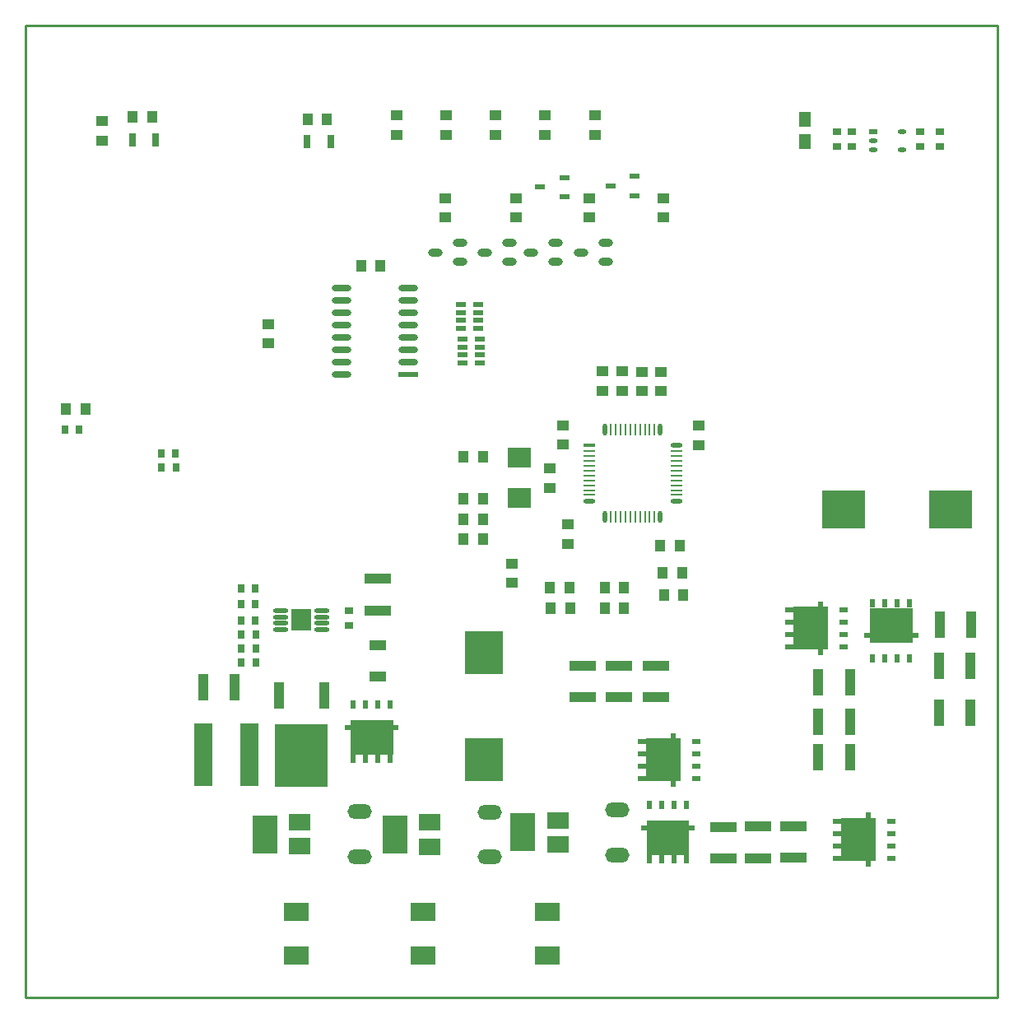
<source format=gtp>
%FSLAX25Y25*%
%MOIN*%
G70*
G01*
G75*
G04 Layer_Color=8421504*
%ADD10O,0.06299X0.01772*%
%ADD11R,0.08071X0.09055*%
%ADD12R,0.21654X0.25197*%
%ADD13R,0.03937X0.10827*%
%ADD14R,0.07087X0.03937*%
%ADD15R,0.15748X0.17716*%
%ADD16R,0.03937X0.05118*%
%ADD17R,0.02559X0.05315*%
%ADD18R,0.03937X0.02362*%
%ADD19O,0.03543X0.01969*%
%ADD20R,0.03543X0.01969*%
%ADD21O,0.03543X0.01969*%
%ADD22R,0.10000X0.07500*%
%ADD23R,0.05000X0.06000*%
%ADD24O,0.09843X0.05906*%
%ADD25R,0.08661X0.07087*%
%ADD26R,0.09843X0.15748*%
%ADD27O,0.05906X0.03150*%
%ADD28R,0.04000X0.01969*%
%ADD29R,0.08000X0.02400*%
%ADD30O,0.08000X0.02400*%
%ADD31R,0.09449X0.08268*%
%ADD32R,0.03347X0.02756*%
%ADD33R,0.03937X0.10630*%
%ADD34O,0.00984X0.04724*%
%ADD35O,0.04724X0.00984*%
%ADD36O,0.04724X0.01772*%
%ADD37O,0.01772X0.04724*%
%ADD38R,0.04724X0.01772*%
%ADD39R,0.14410X0.09843*%
%ADD40R,0.14410X0.07874*%
%ADD41R,0.01969X0.06299*%
%ADD42R,0.03543X0.02126*%
%ADD43R,0.07559X0.25590*%
%ADD44R,0.02756X0.03347*%
%ADD45R,0.05118X0.03937*%
%ADD46R,0.09843X0.14410*%
%ADD47R,0.07874X0.14410*%
%ADD48R,0.06299X0.01969*%
%ADD49R,0.02126X0.03543*%
%ADD50R,0.10630X0.03937*%
%ADD51R,0.17716X0.15748*%
%ADD52C,0.01200*%
%ADD53C,0.04000*%
%ADD54C,0.00800*%
%ADD55C,0.03000*%
%ADD56C,0.01000*%
%ADD57C,0.10000*%
%ADD58C,0.08000*%
%ADD59C,0.02000*%
%ADD60C,0.03500*%
%ADD61C,0.06000*%
%ADD62C,0.01500*%
%ADD63R,0.06100X0.05100*%
%ADD64R,0.08400X0.51300*%
%ADD65R,0.14738X0.06832*%
%ADD66R,0.06900X0.03700*%
%ADD67R,0.08000X0.44800*%
%ADD68R,0.05400X0.06100*%
%ADD69R,0.38500X0.08800*%
%ADD70R,0.09971X0.13838*%
%ADD71R,0.05300X0.18000*%
%ADD72R,0.23600X0.17400*%
%ADD73R,0.25624X0.17093*%
%ADD74R,0.24100X0.17400*%
%ADD75C,0.06693*%
%ADD76C,0.06000*%
%ADD77O,0.05906X0.09843*%
%ADD78R,0.05906X0.09843*%
%ADD79O,0.07874X0.15748*%
%ADD80C,0.05906*%
%ADD81R,0.05906X0.05906*%
%ADD82O,0.09843X0.11811*%
%ADD83R,0.09843X0.11811*%
%ADD84O,0.06000X0.10000*%
%ADD85R,0.06000X0.10000*%
%ADD86R,0.07874X0.07874*%
%ADD87C,0.07874*%
%ADD88C,0.03937*%
%ADD89R,0.03937X0.03937*%
%ADD90C,0.04000*%
%ADD91C,0.02000*%
%ADD92C,0.03000*%
%ADD93C,0.02598*%
%ADD94C,0.05000*%
%ADD95R,0.05512X0.07087*%
%ADD96R,0.07087X0.13386*%
%ADD97O,0.01181X0.02756*%
%ADD98O,0.02756X0.01181*%
%ADD99R,0.13386X0.07087*%
%ADD100R,0.09473X0.02178*%
%ADD101R,0.21400X0.03900*%
%ADD102R,0.04263X0.05806*%
%ADD103R,0.22500X1.19600*%
%ADD104R,0.29000X0.26900*%
%ADD105C,0.00984*%
%ADD106C,0.00500*%
%ADD107C,0.00394*%
%ADD108C,0.00787*%
%ADD109C,0.00591*%
%ADD110R,0.04724X0.02756*%
%ADD111R,0.01968X0.03543*%
%ADD112R,0.11024X0.03150*%
D10*
X20634Y-237061D02*
D03*
Y-239620D02*
D03*
Y-242179D02*
D03*
Y-244739D02*
D03*
X37366Y-237061D02*
D03*
Y-239620D02*
D03*
Y-242179D02*
D03*
Y-244739D02*
D03*
D11*
X29000Y-240900D02*
D03*
D12*
X29100Y-295665D02*
D03*
D13*
X20045Y-271452D02*
D03*
X38155D02*
D03*
D14*
X60100Y-251100D02*
D03*
Y-263895D02*
D03*
D15*
X103000Y-297400D02*
D03*
Y-254093D02*
D03*
D16*
X61000Y-97500D02*
D03*
X53126D02*
D03*
X182300Y-210600D02*
D03*
X174426D02*
D03*
X94600Y-200200D02*
D03*
X102474D02*
D03*
X94700Y-191762D02*
D03*
X102574D02*
D03*
X94700Y-174762D02*
D03*
X102574D02*
D03*
X31526Y-38200D02*
D03*
X39400D02*
D03*
X102574Y-208100D02*
D03*
X94700D02*
D03*
X-58526Y-155500D02*
D03*
X-66400D02*
D03*
X-39374Y-37000D02*
D03*
X-31500D02*
D03*
X183674Y-230800D02*
D03*
X175800D02*
D03*
X151826Y-227900D02*
D03*
X159700D02*
D03*
X129626Y-227800D02*
D03*
X137500D02*
D03*
X183174Y-221800D02*
D03*
X175300D02*
D03*
X151826Y-235974D02*
D03*
X159700D02*
D03*
X129926D02*
D03*
X137800D02*
D03*
D17*
X31400Y-47200D02*
D03*
X40849D02*
D03*
X-39500Y-46500D02*
D03*
X-30051D02*
D03*
D18*
X164000Y-69000D02*
D03*
X154157Y-65063D02*
D03*
X164000Y-61126D02*
D03*
X135500Y-69500D02*
D03*
X125657Y-65563D02*
D03*
X135500Y-61626D02*
D03*
D19*
X272411Y-50480D02*
D03*
X260600Y-46740D02*
D03*
Y-50480D02*
D03*
D20*
Y-43000D02*
D03*
D21*
X272411D02*
D03*
D22*
X27000Y-359200D02*
D03*
Y-376700D02*
D03*
X128497Y-359100D02*
D03*
Y-376600D02*
D03*
X78349Y-359100D02*
D03*
Y-376600D02*
D03*
D23*
X233000Y-47200D02*
D03*
Y-38200D02*
D03*
D24*
X52506Y-336655D02*
D03*
Y-318545D02*
D03*
X105206Y-336855D02*
D03*
Y-318745D02*
D03*
X157006Y-335955D02*
D03*
Y-317845D02*
D03*
D25*
X28294Y-332521D02*
D03*
X28294Y-322679D02*
D03*
X80994Y-332721D02*
D03*
X80994Y-322879D02*
D03*
X132794Y-331821D02*
D03*
X132794Y-321979D02*
D03*
D26*
X14120Y-327600D02*
D03*
X66820Y-327800D02*
D03*
X118620Y-326900D02*
D03*
D27*
X83400Y-91960D02*
D03*
X93400Y-88220D02*
D03*
Y-95700D02*
D03*
X103300Y-91960D02*
D03*
X113300Y-88220D02*
D03*
Y-95700D02*
D03*
X121800Y-91960D02*
D03*
X131800Y-88220D02*
D03*
Y-95700D02*
D03*
X142200Y-91960D02*
D03*
X152200Y-88220D02*
D03*
Y-95700D02*
D03*
D28*
X93745Y-122605D02*
D03*
X100745D02*
D03*
X93745Y-119455D02*
D03*
X100745D02*
D03*
X93745Y-116306D02*
D03*
X100745D02*
D03*
X93745Y-113156D02*
D03*
X100745D02*
D03*
X94245Y-136605D02*
D03*
X101245D02*
D03*
X94245Y-133455D02*
D03*
X101245D02*
D03*
X94245Y-130306D02*
D03*
X101245D02*
D03*
X94245Y-127156D02*
D03*
X101245D02*
D03*
D29*
X72200Y-141300D02*
D03*
D30*
Y-136300D02*
D03*
Y-131300D02*
D03*
Y-126300D02*
D03*
Y-121300D02*
D03*
Y-116300D02*
D03*
Y-111300D02*
D03*
Y-106300D02*
D03*
X45200D02*
D03*
Y-111300D02*
D03*
Y-116300D02*
D03*
Y-121300D02*
D03*
Y-126300D02*
D03*
Y-131300D02*
D03*
Y-136300D02*
D03*
Y-141300D02*
D03*
D31*
X117200Y-174994D02*
D03*
Y-191530D02*
D03*
D32*
X48400Y-237094D02*
D03*
Y-243000D02*
D03*
X252092Y-48997D02*
D03*
Y-43092D02*
D03*
X279500Y-48906D02*
D03*
Y-43000D02*
D03*
X287500Y-43095D02*
D03*
Y-49000D02*
D03*
X245900Y-43095D02*
D03*
Y-49000D02*
D03*
D33*
X287605Y-242600D02*
D03*
X300400D02*
D03*
X1995Y-268000D02*
D03*
X-10800D02*
D03*
X251195Y-266200D02*
D03*
X238400D02*
D03*
X251195Y-282100D02*
D03*
X238400D02*
D03*
X251195Y-296500D02*
D03*
X238400D02*
D03*
X287205Y-278500D02*
D03*
X300000D02*
D03*
X287305Y-259500D02*
D03*
X300100D02*
D03*
D34*
X158295Y-199075D02*
D03*
X166169D02*
D03*
X160264D02*
D03*
X164201D02*
D03*
X162232D02*
D03*
X170106D02*
D03*
X164201Y-163642D02*
D03*
X172075D02*
D03*
X156327Y-199075D02*
D03*
X168138D02*
D03*
X170106Y-163642D02*
D03*
X168138D02*
D03*
X166169D02*
D03*
X162232D02*
D03*
X160264D02*
D03*
X158295D02*
D03*
X156327D02*
D03*
X154358D02*
D03*
Y-199075D02*
D03*
X172075D02*
D03*
D35*
X145500Y-188248D02*
D03*
Y-178405D02*
D03*
Y-184311D02*
D03*
Y-190217D02*
D03*
Y-180374D02*
D03*
Y-174469D02*
D03*
X180933Y-182343D02*
D03*
Y-186279D02*
D03*
Y-188248D02*
D03*
X145500Y-172500D02*
D03*
X180933D02*
D03*
X145500Y-182343D02*
D03*
Y-176437D02*
D03*
X180933Y-190217D02*
D03*
Y-180374D02*
D03*
Y-176437D02*
D03*
Y-178405D02*
D03*
Y-184311D02*
D03*
X180933Y-174469D02*
D03*
X145500Y-186279D02*
D03*
D36*
Y-192579D02*
D03*
X180933D02*
D03*
Y-170138D02*
D03*
D37*
X151996Y-199075D02*
D03*
X174437Y-163642D02*
D03*
X151996D02*
D03*
X174437Y-199075D02*
D03*
D38*
X145500Y-170138D02*
D03*
D39*
X175572Y-293841D02*
D03*
X254672Y-326141D02*
D03*
X235272Y-240541D02*
D03*
D40*
X175572Y-302083D02*
D03*
X254672Y-334383D02*
D03*
X235272Y-248783D02*
D03*
D41*
X179608Y-289588D02*
D03*
Y-305336D02*
D03*
X258708Y-321888D02*
D03*
Y-337636D02*
D03*
X239308Y-252036D02*
D03*
Y-236288D02*
D03*
D42*
X188860Y-299962D02*
D03*
X166822D02*
D03*
X188860Y-289962D02*
D03*
Y-294962D02*
D03*
X166822Y-289962D02*
D03*
X188860Y-304962D02*
D03*
X166822D02*
D03*
Y-294962D02*
D03*
X267960Y-332262D02*
D03*
X245922D02*
D03*
X267960Y-322262D02*
D03*
Y-327262D02*
D03*
X245922Y-322262D02*
D03*
X267960Y-337262D02*
D03*
X245922D02*
D03*
Y-327262D02*
D03*
X226522Y-241662D02*
D03*
Y-251662D02*
D03*
X248560D02*
D03*
X226522Y-236662D02*
D03*
X248560Y-241662D02*
D03*
Y-236662D02*
D03*
X226522Y-246662D02*
D03*
X248560D02*
D03*
D43*
X-10876Y-295500D02*
D03*
X8100D02*
D03*
D44*
X-60900Y-163700D02*
D03*
X-66805D02*
D03*
X-27705Y-179100D02*
D03*
X-21800D02*
D03*
X-21894Y-173500D02*
D03*
X-27800D02*
D03*
X10406Y-228100D02*
D03*
X4500D02*
D03*
X10611Y-246800D02*
D03*
X4706D02*
D03*
X10605Y-258200D02*
D03*
X4700D02*
D03*
X4705Y-252300D02*
D03*
X10611D02*
D03*
X4500Y-234500D02*
D03*
X10406D02*
D03*
X10400Y-241100D02*
D03*
X4495D02*
D03*
D45*
X-51600Y-38700D02*
D03*
Y-46574D02*
D03*
X190100Y-162200D02*
D03*
Y-170074D02*
D03*
X135000Y-162000D02*
D03*
Y-169874D02*
D03*
X137000Y-210000D02*
D03*
Y-202126D02*
D03*
X129700Y-179388D02*
D03*
Y-187262D02*
D03*
X107750Y-44274D02*
D03*
Y-36400D02*
D03*
X87725Y-44274D02*
D03*
Y-36400D02*
D03*
X166800Y-148174D02*
D03*
Y-140300D02*
D03*
X15600Y-120926D02*
D03*
Y-128800D02*
D03*
X174600Y-148174D02*
D03*
Y-140300D02*
D03*
X67700Y-44274D02*
D03*
Y-36400D02*
D03*
X87200Y-69926D02*
D03*
Y-77800D02*
D03*
X116000Y-70026D02*
D03*
Y-77900D02*
D03*
X145500Y-70026D02*
D03*
Y-77900D02*
D03*
X175500Y-70026D02*
D03*
Y-77900D02*
D03*
X114300Y-218026D02*
D03*
Y-225900D02*
D03*
X159000Y-147974D02*
D03*
Y-140100D02*
D03*
X151100Y-140126D02*
D03*
Y-148000D02*
D03*
X127775Y-36400D02*
D03*
Y-44274D02*
D03*
X147800D02*
D03*
Y-36400D02*
D03*
D46*
X173857Y-329000D02*
D03*
X53941Y-288328D02*
D03*
X271559Y-242972D02*
D03*
D47*
X182100Y-329000D02*
D03*
X62183Y-288328D02*
D03*
X263317Y-242972D02*
D03*
D48*
X169605Y-324965D02*
D03*
X185353D02*
D03*
X49688Y-284292D02*
D03*
X65436D02*
D03*
X260064Y-247008D02*
D03*
X275812D02*
D03*
D49*
X179979Y-315713D02*
D03*
Y-337750D02*
D03*
X169979Y-315713D02*
D03*
X174979D02*
D03*
X169979Y-337750D02*
D03*
X184979Y-315713D02*
D03*
Y-337750D02*
D03*
X174979D02*
D03*
X60062Y-275040D02*
D03*
Y-297078D02*
D03*
X50062Y-275040D02*
D03*
X55062D02*
D03*
X50062Y-297078D02*
D03*
X65062Y-275040D02*
D03*
Y-297078D02*
D03*
X55062D02*
D03*
X270438Y-234222D02*
D03*
X260438D02*
D03*
Y-256260D02*
D03*
X275438Y-234222D02*
D03*
X270438Y-256260D02*
D03*
X275438D02*
D03*
X265438Y-234222D02*
D03*
Y-256260D02*
D03*
D50*
X142900Y-272095D02*
D03*
Y-259300D02*
D03*
X172700Y-272095D02*
D03*
Y-259300D02*
D03*
X157600Y-272095D02*
D03*
Y-259300D02*
D03*
X228322Y-324377D02*
D03*
Y-337172D02*
D03*
X199817Y-324577D02*
D03*
Y-337372D02*
D03*
X214117Y-324477D02*
D03*
Y-337272D02*
D03*
X60000Y-224205D02*
D03*
Y-237000D02*
D03*
D51*
X248700Y-196100D02*
D03*
X292007D02*
D03*
D56*
X311024Y-393701D02*
Y0D01*
X-82677Y-393701D02*
X311024D01*
X-82677D02*
Y0D01*
X311024D01*
M02*

</source>
